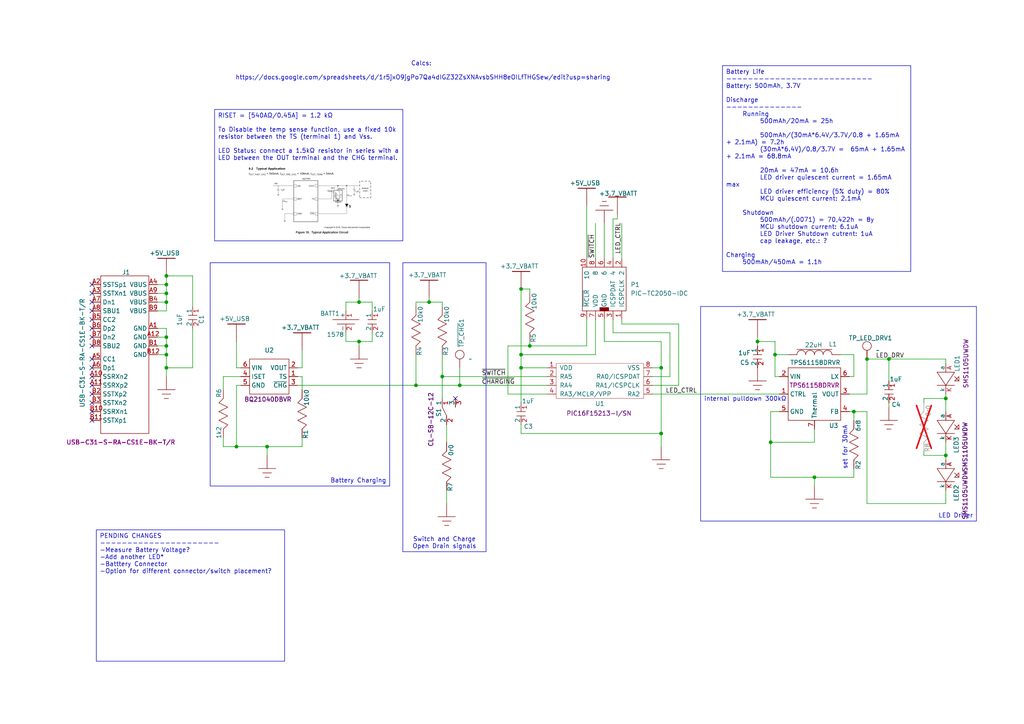
<source format=kicad_sch>
(kicad_sch (version 20250114) (generator "eeschema") (generator_version "9.0")
  (paper "A4")
  (title_block (title "SaltGlow") (date "2025-03-21") (company "TGMF LLC"))
  (lib_symbols
    (symbol "P,GND_2" (power) (pin_numbers (hide yes)) (pin_names (offset 3.81))
      (symbol "P,GND_2_0_1"
        (polyline (pts (xy 0 0) (xy 0 -3.81)))
        (polyline (pts (xy 0.635 -6.35) (xy -0.635 -6.35)))
        (polyline (pts (xy 1.27 -5.08) (xy -1.27 -5.08)))
        (polyline (pts (xy 2.54 -3.81) (xy -2.54 -3.81)))
      )
      (symbol "P,GND_2_1_1"
        (pin power_in line (at 0 0 0) (length 0) (hide yes) (name "GND") (number "0"))
      )
    )
    (symbol "Power_1" (power) (pin_numbers (hide yes)) (pin_names (offset 0))
      (property "Value" "Power" (at 0 1.016 0))
      (symbol "Power_1_0_1"
        (polyline (pts (xy -2.54 0) (xy 2.54 0)) (stroke (width 0.254)))
        (polyline (pts (xy 0 0) (xy 0 -5.08)))
      )
      (symbol "Power_1_1_1"
        (pin power_in line (at 0 -5.08 90) (length 0) (hide yes) (name "Power") (number ""))
      )
    )
    (symbol "Power_2" (power) (pin_numbers (hide yes)) (pin_names (offset 0))
      (property "Value" "Power" (at 0 1.016 0))
      (symbol "Power_2_0_1"
        (polyline (pts (xy -2.54 0) (xy 2.54 0)) (stroke (width 0.254)))
        (polyline (pts (xy 0 0) (xy 0 -5.08)))
      )
      (symbol "Power_2_1_1"
        (pin power_in line (at 0 -5.08 90) (length 0) (hide yes) (name "Power") (number ""))
      )
    )
    (symbol "resistor_3" (pin_numbers (hide yes)) (pin_names (offset 0) (hide yes))
      (property "Reference" "R1" (at 1.27 2.54 0))
      (property "Value" "4.75k" (at 0 -2.54 0))
      (symbol "resistor_3_0_1"
        (polyline (pts (xy -1.27 -1.27) (xy -2.54 1.27) (xy -3.81 -1.27) (xy -5.08 0)))
        (polyline (pts (xy -1.27 -1.27) (xy 0 1.27) (xy 1.27 -1.27) (xy 2.54 1.27) (xy 3.81 0)))
      )
      (symbol "resistor_3_1_1"
        (pin input line (at -7.62 0 0) (length 2.54) (name "1") (number "1"))
        (pin output line (at 6.35 0 180) (length 2.54) (name "2") (number "2"))
      )
    )
    (symbol "salt_booklamp:1-Pin_Header" (pin_numbers (hide yes)) (pin_names (hide yes)) (in_bom no)
      (property "Reference" "TP" (at 1.524 -2.54 0))
      (symbol "1-Pin_Header_0_1"
        (circle (center 0 0) (radius 1.27))
      )
      (symbol "1-Pin_Header_1_1"
        (pin passive line (at 0 -3.81 90) (length 2.54) (name "1") (number "1"))
      )
    )
    (symbol "salt_booklamp:Inductor" (pin_numbers (hide yes)) (pin_names (hide yes)) (exclude_from_sim yes)
      (property "Reference" "L" (at -1.27 -1.27 0))
      (symbol "Inductor_0_1"
        (polyline (pts (xy -5.08 1.524) (xy 5.08 1.524)))
        (arc (start -5.08 0) (mid -3.81 1.27) (end -2.54 0))
        (arc (start -2.54 0) (mid -1.27 1.27) (end 0 0))
        (arc (start 0 0) (mid 1.27 1.27) (end 2.54 0))
        (arc (start 2.54 0) (mid 3.81 1.27) (end 5.08 0))
      )
      (symbol "Inductor_1_1"
        (pin passive line (at -7.62 0 0) (length 2.54) (name "1") (number "1"))
        (pin passive line (at 7.62 0 180) (length 2.54) (name "2") (number "2"))
      )
    )
    (symbol "salt_booklamp:LED_A_K" (pin_names (offset 0))
      (property "Reference" "LED" (at 0 0 0))
      (symbol "LED_A_K_0_1"
        (polyline (pts (xy -1.27 2.54) (xy 2.54 0) (xy -1.27 -2.54) (xy -1.27 2.54)))
        (polyline (pts (xy 0 2.54) (xy 1.27 3.81)))
        (polyline (pts (xy 1.27 3.81) (xy 1.27 2.54) (xy 0 3.81) (xy 1.27 3.81) (xy 1.27 2.54)))
        (polyline (pts (xy 2.54 2.54) (xy 2.54 -2.54)))
      )
      (symbol "LED_A_K_1_1"
        (pin input line (at -3.81 0 0) (length 2.54) (name "a") (number "A"))
        (pin output line (at 5.08 0 180) (length 2.54) (name "k") (number "K"))
      )
    )
    (symbol "salt_booklamp:PIC-TC2050-IDC" (pin_names (offset 1.016)) (exclude_from_sim yes) (in_bom no)
      (property "Reference" "P" (at 7.62 3.556 0))
      (property "Value" "PIC-TC2050-IDC" (at 14.986 -5.588 0))
      (symbol "PIC-TC2050-IDC_0_1"
        (rectangle (start -6.35 6.35) (end 6.35 -6.35))
        (rectangle (start -1.27 6.35) (end 1.27 5.3709) (fill (type outline)))
      )
      (symbol "PIC-TC2050-IDC_1_1"
        (pin passive line (at -5.08 8.89 270) (length 2.54) (name "ICSPCLK") (number "1"))
        (pin passive line (at -5.08 -8.89 90) (length 2.54) (name "2") (number "2"))
        (pin passive line (at -2.54 8.89 270) (length 2.54) (name "ICSPDAT") (number "3"))
        (pin passive line (at -2.54 -8.89 90) (length 2.54) (name "4") (number "4"))
        (pin passive line (at 0 8.89 270) (length 2.54) (name "GND") (number "5"))
        (pin passive line (at 0 -8.89 90) (length 2.54) (name "6") (number "6"))
        (pin passive line (at 2.54 8.89 270) (length 2.54) (name "VDD") (number "7"))
        (pin passive line (at 2.54 -8.89 90) (length 2.54) (name "8") (number "8"))
        (pin passive line (at 5.08 8.89 270) (length 2.54) (name "~{MCLR}") (number "9"))
        (pin passive line (at 5.08 -8.89 90) (length 2.54) (name "10") (number "10"))
      )
    )
    (symbol "salt_booklamp:PIC16F15213-I/SN" (pin_names (offset 1.016)) (exclude_from_sim yes)
      (property "Reference" "U" (at 10.668 -6.35 0))
      (property "Value" "PIC16F15213-I/SN" (at -3.048 -6.604 0))
      (symbol "PIC16F15213-I/SN_0_1"
        (rectangle (start -12.7 5.08) (end 12.7 -5.08) (stroke (width 0.0005)))
      )
      (symbol "PIC16F15213-I/SN_1_1"
        (pin unspecified line (at -15.24 3.81 0) (length 2.54) (name "VDD") (number "1"))
        (pin unspecified line (at -15.24 1.27 0) (length 2.54) (name "RA5") (number "2"))
        (pin unspecified line (at -15.24 -1.27 0) (length 2.54) (name "RA4") (number "3"))
        (pin unspecified line (at -15.24 -3.81 0) (length 2.54) (name "RA3/MCLR/VPP") (number "4"))
        (pin unspecified line (at 15.24 3.81 180) (length 2.54) (name "VSS") (number "8"))
        (pin unspecified line (at 15.24 1.27 180) (length 2.54) (name "RA0/ICSPDAT") (number "7"))
        (pin unspecified line (at 15.24 -1.27 180) (length 2.54) (name "RA1/ICSPCLK") (number "6"))
        (pin unspecified line (at 15.24 -3.81 180) (length 2.54) (name "RA2") (number "5"))
      )
    )
    (symbol "salt_booklamp:Power" (power) (pin_numbers (hide yes)) (pin_names (offset 0))
      (property "Value" "Power" (at 0 1.016 0))
      (symbol "Power_0_1"
        (polyline (pts (xy -2.54 0) (xy 2.54 0)) (stroke (width 0.254)))
        (polyline (pts (xy 0 0) (xy 0 -5.08)))
      )
      (symbol "Power_1_1"
        (pin power_in line (at 0 -5.08 90) (length 0) (hide yes) (name "Power") (number ""))
      )
    )
    (symbol "salt_booklamp:TPS61158DRVR" (exclude_from_sim yes)
      (property "Reference" "U" (at -6.858 8.636 0))
      (property "Value" "TPS61158DRVR" (at -0.508 -8.89 0))
      (symbol "TPS61158DRVR_0_1"
        (rectangle (start -7.62 7.62) (end 7.62 -7.62))
      )
      (symbol "TPS61158DRVR_1_1"
        (pin passive line (at -10.16 5.08 0) (length 2.54) (name "VIN") (number "2"))
        (pin passive line (at -10.16 0 0) (length 2.54) (name "CTRL") (number "1"))
        (pin passive line (at -10.16 -5.08 0) (length 2.54) (name "GND") (number "5"))
        (pin passive line (at 0 -10.16 90) (length 2.54) (name "Thermal") (number "7"))
        (pin passive line (at 10.16 5.08 180) (length 2.54) (name "LX") (number "6"))
        (pin passive line (at 10.16 0 180) (length 2.54) (name "VOUT") (number "3"))
        (pin passive line (at 10.16 -5.08 180) (length 2.54) (name "FB") (number "4"))
      )
    )
    (symbol "salt_booklamp:USB-C_24_pin"
      (property "Reference" "J" (at 0 0 0))
      (symbol "USB-C_24_pin_0_1"
        (rectangle (start -7.62 11.43) (end 6.35 -34.29))
      )
      (symbol "USB-C_24_pin_1_0"
        (pin power_in line (at -10.16 8.89 0) (length 2.54) (name "VBUS") (number "A4"))
        (pin power_in line (at -10.16 6.35 0) (length 2.54) (name "VBUS") (number "A9"))
        (pin power_in line (at -10.16 3.81 0) (length 2.54) (name "VBUS") (number "B4"))
        (pin power_in line (at -10.16 1.27 0) (length 2.54) (name "VBUS") (number "B9"))
        (pin passive line (at 8.89 8.89 180) (length 2.54) (name "SSTSp1") (number "A2"))
        (pin passive line (at 8.89 6.35 180) (length 2.54) (name "SSTXn1") (number "A3"))
        (pin passive line (at 8.89 3.81 180) (length 2.54) (name "Dn1") (number "A7"))
        (pin passive line (at 8.89 1.27 180) (length 2.54) (name "SBU1") (number "A8"))
        (pin passive line (at 8.89 -1.27 180) (length 2.54) (name "CC2") (number "B5"))
        (pin passive line (at 8.89 -3.81 180) (length 2.54) (name "Dp2") (number "B6"))
        (pin passive line (at 8.89 -6.35 180) (length 2.54) (name "Dn2") (number "B7"))
        (pin passive line (at 8.89 -8.89 180) (length 2.54) (name "SBU2") (number "B8"))
        (pin passive line (at 8.89 -12.7 180) (length 2.54) (name "CC1") (number "A5"))
        (pin passive line (at 8.89 -15.24 180) (length 2.54) (name "Dp1") (number "A6"))
        (pin passive line (at 8.89 -17.78 180) (length 2.54) (name "SSRXn2") (number "A10"))
        (pin passive line (at 8.89 -20.32 180) (length 2.54) (name "SSRXp2") (number "A11"))
        (pin passive line (at 8.89 -22.86 180) (length 2.54) (name "SSTXp2") (number "B2"))
        (pin passive line (at 8.89 -25.4 180) (length 2.54) (name "SSTXn2") (number "B3"))
        (pin passive line (at 8.89 -27.94 180) (length 2.54) (name "SSRXn1") (number "B10"))
        (pin passive line (at 8.89 -30.48 180) (length 2.54) (name "SSTXp1") (number "B11"))
      )
      (symbol "USB-C_24_pin_1_1"
        (pin power_out line (at -10.16 -3.81 0) (length 2.54) (name "GND") (number "A1"))
        (pin power_out line (at -10.16 -6.35 0) (length 2.54) (name "GND") (number "A12"))
        (pin power_out line (at -10.16 -8.89 0) (length 2.54) (name "GND") (number "B1"))
        (pin power_out line (at -10.16 -11.43 0) (length 2.54) (name "GND") (number "B12"))
      )
    )
    (symbol "salt_booklamp:batt_chg_ic_BQ21040DBVR"
      (property "Reference" "U" (at -3.81 6.35 0))
      (symbol "batt_chg_ic_BQ21040DBVR_0_1"
        (rectangle (start -5.08 5.08) (end 6.35 -5.08))
      )
      (symbol "batt_chg_ic_BQ21040DBVR_1_1"
        (pin passive line (at -7.62 2.54 0) (length 2.54) (name "VIN") (number "6"))
        (pin passive line (at -7.62 0 0) (length 2.54) (name "ISET") (number "4"))
        (pin passive line (at -7.62 -2.54 0) (length 2.54) (name "GND") (number "5"))
        (pin passive line (at 8.89 2.54 180) (length 2.54) (name "VOUT") (number "2"))
        (pin passive line (at 8.89 0 180) (length 2.54) (name "TS") (number "1"))
        (pin passive line (at 8.89 -2.54 180) (length 2.54) (name "~{CHG}") (number "3"))
      )
    )
    (symbol "salt_booklamp:battery" (pin_names (offset 0))
      (property "Reference" "BATT" (at -6.35 1.27 0))
      (symbol "battery_0_1"
        (polyline (pts (xy -3.81 1.27) (xy 3.81 1.27)))
        (polyline (pts (xy -2.54 0) (xy 2.54 0)))
      )
      (symbol "battery_1_1"
        (pin power_out line (at 0 3.81 270) (length 2.54) (name "+") (number "1"))
        (pin power_in line (at 0 -2.54 90) (length 2.54) (name "-") (number "2"))
      )
    )
    (symbol "salt_booklamp:capacitor" (pin_names (offset 0))
      (property "Reference" "C1" (at 2.54 -1.27 90))
      (property "Value" "0.1uF" (at -3.81 0 90))
      (symbol "capacitor_0_1"
        (polyline (pts (xy -1.27 1.27) (xy 1.27 1.27)))
        (polyline (pts (xy -1.27 0) (xy 1.27 0)))
      )
      (symbol "capacitor_1_1"
        (pin power_in line (at 0 3.81 270) (length 2.54) (name "1") (number "1"))
        (pin power_out line (at 0 -2.54 90) (length 2.54) (name "2") (number "2"))
      )
    )
    (symbol "salt_booklamp:resistor" (pin_numbers (hide yes)) (pin_names (offset 0) (hide yes))
      (property "Reference" "R1" (at 1.27 2.54 0))
      (property "Value" "4.75k" (at 0 -2.54 0))
      (symbol "resistor_0_1"
        (polyline (pts (xy -1.27 -1.27) (xy -2.54 1.27) (xy -3.81 -1.27) (xy -5.08 0)))
        (polyline (pts (xy -1.27 -1.27) (xy 0 1.27) (xy 1.27 -1.27) (xy 2.54 1.27) (xy 3.81 0)))
      )
      (symbol "resistor_1_1"
        (pin input line (at -7.62 0 0) (length 2.54) (name "1") (number "1"))
        (pin output line (at 6.35 0 180) (length 2.54) (name "2") (number "2"))
      )
    )
    (symbol "salt_booklamp:switch" (pin_names (offset 0))
      (property "Reference" "S" (at -1.27 2.54 0))
      (symbol "switch_0_1"
        (polyline (pts (xy 0 0) (xy -2.54 1.27)))
      )
      (symbol "switch_1_1"
        (pin input line (at -5.08 1.27 0) (length 2.54) (name "1") (number "1"))
        (pin input line (at -5.08 -2.54 0) (length 2.54) (name "3") (number "3"))
        (pin output line (at 2.54 0 180) (length 2.54) (name "2") (number "2"))
      )
    )
  )
  (text "set for 30mA" (at 245.11 129.794 90) (effects (font (size 1.27 1.27))))
  (text "Calcs: \n\nhttps://docs.google.com/spreadsheets/d/1r5jxO9jgPo7Qa4dIGZ32ZsXNAvsbSHH8eOILfTHGSew/edit?usp=sharing" (at 122.682 20.574 0) (effects (font (size 1.27 1.27))))
  (text "internal pulldown 300kΩ" (at 216.154 115.824 0) (effects (font (size 1.27 1.27))))
  (text_box "LED Driver" (at 203.2 88.9 0) (size 80.01 62.23) (margins 0.9525 0.9525 0.9525 0.9525) (effects (font (size 1.27 1.27)) (justify right bottom)))
  (text_box "Switch and Charge \nOpen Drain signals " (at 116.84 76.2 0) (size 24.13 83.82) (margins 0.9525 0.9525 0.9525 0.9525) (effects (font (size 1.27 1.27)) (justify bottom)))
  (text_box "PENDING CHANGES\n----------------------\n-Measure Battery Voltage? \n-Add another LED*\n-Batttery Connector\n-Option for different connector/switch placement?" (at 27.94 153.67 0) (size 54.61 38.1) (margins 0.9525 0.9525 0.9525 0.9525) (effects (font (size 1.27 1.27)) (justify left top)))
  (text_box "Battery Charging" (at 60.96 76.2 0) (size 52.07 64.77) (margins 0.9525 0.9525 0.9525 0.9525) (effects (font (size 1.27 1.27)) (justify right bottom)))
  (text_box "RISET = [540AΩ/0.45A] = 1.2 kΩ\n\nTo Disable the temp sense function, use a fixed 10k resistor between the TS (terminal 1) and Vss.\n\nLED Status: connect a 1.5kΩ resistor in series with a LED between the OUT terminal and the CHG terminal." (at 62.23 31.75 0) (size 54.61 38.1) (margins 0.9525 0.9525 0.9525 0.9525) (effects (font (size 1.27 1.27)) (justify left top)))
  (text_box "Battery Life\n---------------------------\nBattery: 500mAh, 3.7V\n\nDischarge\n--------------\n	Running\n		500mAh/20mA = 25h\n\n		500mAh/(30mA*6.4V/3.7V/0.8 + 1.65mA + 2.1mA) = 7.2h\n		(30mA*6.4V)/0.8/3.7V =  65mA + 1.65mA + 2.1mA = 68.8mA\n\n		20mA = 47mA = 10.6h\n		LED driver quiescent current = 1.65mA max\n		LED driver efficiency (5% duty) = 80%\n		MCU quiescent current: 2.1mA\n\n	Shutdown\n		500mAh/(.0071) = 70,422h = 8y\n		MCU shutdown current: 6.1uA\n		LED Driver Shutdown cutrent: 1uA\n		cap leakage, etc.: ?\n\nCharging\n	500mAh/450mA = 1.1h" (at 209.55 19.05 0) (size 54.61 59.69) (margins 0.9525 0.9525 0.9525 0.9525) (effects (font (size 1.27 1.27)) (justify left top)))
  (junction (at 223.52 128.27))
  (junction (at 274.32 132.08))
  (junction (at 128.27 109.22))
  (junction (at 151.13 106.68))
  (junction (at 274.32 115.57))
  (junction (at 104.14 99.06))
  (junction (at 151.13 83.82))
  (junction (at 191.77 125.73))
  (junction (at 153.67 100.33))
  (junction (at 48.26 102.87))
  (junction (at 77.47 129.54))
  (junction (at 219.71 99.06))
  (junction (at 48.26 97.79))
  (junction (at 48.26 80.01))
  (junction (at 104.14 87.63))
  (junction (at 48.26 87.63))
  (junction (at 191.77 106.68))
  (junction (at 124.46 87.63))
  (junction (at 151.13 102.87))
  (junction (at 48.26 100.33))
  (junction (at 120.65 111.76))
  (junction (at 224.79 102.87))
  (junction (at 236.22 138.43))
  (junction (at 48.26 106.68))
  (junction (at 251.46 104.14))
  (junction (at 247.65 119.38))
  (junction (at 68.58 129.54))
  (junction (at 48.26 82.55))
  (junction (at 133.35 111.76))
  (junction (at 257.81 104.14))
  (junction (at 48.26 85.09))
  (no_connect (at 26.67 90.17))
  (no_connect (at 26.67 109.22))
  (no_connect (at 26.67 92.71))
  (no_connect (at 26.67 82.55))
  (no_connect (at 132.08 115.57))
  (no_connect (at 26.67 85.09))
  (no_connect (at 26.67 100.33))
  (no_connect (at 26.67 114.3))
  (no_connect (at 26.67 104.14))
  (no_connect (at 26.67 87.63))
  (no_connect (at 26.67 121.92))
  (no_connect (at 26.67 119.38))
  (no_connect (at 26.67 116.84))
  (no_connect (at 26.67 106.68))
  (no_connect (at 26.67 111.76))
  (no_connect (at 26.67 97.79))
  (no_connect (at 26.67 95.25))
  (wire (pts (xy 179.07 63.5) (xy 177.8 63.5)))
  (wire (pts (xy 274.32 128.27) (xy 274.32 132.08)))
  (wire (pts (xy 128.27 102.87) (xy 128.27 109.22)))
  (wire (pts (xy 180.34 93.98) (xy 196.85 93.98)))
  (wire (pts (xy 77.47 129.54) (xy 87.63 129.54)))
  (wire (pts (xy 107.95 90.17) (xy 107.95 87.63)))
  (wire (pts (xy 151.13 123.19) (xy 151.13 125.73)))
  (wire (pts (xy 219.71 99.06) (xy 219.71 97.79)))
  (wire (pts (xy 100.33 87.63) (xy 100.33 90.17)))
  (wire (pts (xy 107.95 96.52) (xy 107.95 99.06)))
  (wire (pts (xy 247.65 119.38) (xy 247.65 121.92)))
  (wire (pts (xy 48.26 97.79) (xy 48.26 100.33)))
  (wire (pts (xy 180.34 64.77) (xy 180.34 74.93)))
  (wire (pts (xy 180.34 92.71) (xy 180.34 93.98)))
  (wire (pts (xy 219.71 99.06) (xy 224.79 99.06)))
  (wire (pts (xy 257.81 116.84) (xy 257.81 118.11)))
  (wire (pts (xy 247.65 102.87) (xy 243.84 102.87)))
  (wire (pts (xy 196.85 93.98) (xy 196.85 111.76)))
  (wire (pts (xy 120.65 102.87) (xy 120.65 111.76)))
  (wire (pts (xy 246.38 114.3) (xy 251.46 114.3)))
  (wire (pts (xy 274.32 142.24) (xy 274.32 146.05)))
  (wire (pts (xy 177.8 63.5) (xy 177.8 74.93)))
  (wire (pts (xy 194.31 96.52) (xy 177.8 96.52)))
  (wire (pts (xy 191.77 106.68) (xy 191.77 125.73)))
  (wire (pts (xy 191.77 99.06) (xy 175.26 99.06)))
  (wire (pts (xy 129.54 123.19) (xy 129.54 128.27)))
  (wire (pts (xy 267.97 132.08) (xy 274.32 132.08)))
  (wire (pts (xy 120.65 111.76) (xy 133.35 111.76)))
  (wire (pts (xy 45.72 85.09) (xy 48.26 85.09)))
  (wire (pts (xy 151.13 83.82) (xy 151.13 102.87)))
  (wire (pts (xy 247.65 135.89) (xy 247.65 138.43)))
  (wire (pts (xy 120.65 87.63) (xy 124.46 87.63)))
  (wire (pts (xy 124.46 87.63) (xy 128.27 87.63)))
  (wire (pts (xy 45.72 97.79) (xy 48.26 97.79)))
  (wire (pts (xy 274.32 146.05) (xy 251.46 146.05)))
  (wire (pts (xy 48.26 106.68) (xy 55.88 106.68)))
  (wire (pts (xy 170.18 92.71) (xy 170.18 100.33)))
  (wire (pts (xy 251.46 119.38) (xy 251.46 146.05)))
  (wire (pts (xy 257.81 104.14) (xy 274.32 104.14)))
  (wire (pts (xy 45.72 95.25) (xy 48.26 95.25)))
  (wire (pts (xy 87.63 127) (xy 87.63 129.54)))
  (wire (pts (xy 175.26 92.71) (xy 175.26 99.06)))
  (wire (pts (xy 151.13 106.68) (xy 151.13 102.87)))
  (wire (pts (xy 191.77 106.68) (xy 191.77 99.06)))
  (wire (pts (xy 48.26 106.68) (xy 48.26 109.22)))
  (wire (pts (xy 45.72 82.55) (xy 48.26 82.55)))
  (wire (pts (xy 224.79 109.22) (xy 226.06 109.22)))
  (wire (pts (xy 45.72 102.87) (xy 48.26 102.87)))
  (wire (pts (xy 247.65 109.22) (xy 247.65 102.87)))
  (wire (pts (xy 257.81 104.14) (xy 257.81 110.49)))
  (wire (pts (xy 274.32 114.3) (xy 274.32 115.57)))
  (wire (pts (xy 191.77 125.73) (xy 191.77 129.54)))
  (wire (pts (xy 251.46 104.14) (xy 257.81 104.14)))
  (wire (pts (xy 45.72 90.17) (xy 48.26 90.17)))
  (wire (pts (xy 153.67 85.09) (xy 153.67 83.82)))
  (wire (pts (xy 251.46 104.14) (xy 251.46 114.3)))
  (wire (pts (xy 189.23 114.3) (xy 226.06 114.3)))
  (wire (pts (xy 267.97 116.84) (xy 267.97 115.57)))
  (wire (pts (xy 179.07 62.23) (xy 179.07 63.5)))
  (wire (pts (xy 45.72 87.63) (xy 48.26 87.63)))
  (wire (pts (xy 68.58 99.06) (xy 68.58 106.68)))
  (wire (pts (xy 100.33 87.63) (xy 104.14 87.63)))
  (wire (pts (xy 68.58 129.54) (xy 77.47 129.54)))
  (wire (pts (xy 175.26 74.93) (xy 175.26 64.77)))
  (wire (pts (xy 247.65 109.22) (xy 246.38 109.22)))
  (wire (pts (xy 223.52 128.27) (xy 223.52 138.43)))
  (wire (pts (xy 189.23 109.22) (xy 194.31 109.22)))
  (wire (pts (xy 48.26 87.63) (xy 48.26 90.17)))
  (wire (pts (xy 120.65 87.63) (xy 120.65 88.9)))
  (wire (pts (xy 100.33 96.52) (xy 100.33 99.06)))
  (wire (pts (xy 153.67 100.33) (xy 170.18 100.33)))
  (wire (pts (xy 223.52 119.38) (xy 223.52 128.27)))
  (wire (pts (xy 128.27 88.9) (xy 128.27 87.63)))
  (wire (pts (xy 86.36 106.68) (xy 87.63 106.68)))
  (wire (pts (xy 172.72 92.71) (xy 172.72 102.87)))
  (wire (pts (xy 196.85 111.76) (xy 189.23 111.76)))
  (wire (pts (xy 247.65 138.43) (xy 236.22 138.43)))
  (wire (pts (xy 236.22 124.46) (xy 236.22 128.27)))
  (wire (pts (xy 151.13 125.73) (xy 191.77 125.73)))
  (wire (pts (xy 104.14 86.36) (xy 104.14 87.63)))
  (wire (pts (xy 172.72 64.77) (xy 172.72 74.93)))
  (wire (pts (xy 64.77 127) (xy 64.77 129.54)))
  (wire (pts (xy 274.32 104.14) (xy 274.32 105.41)))
  (wire (pts (xy 64.77 109.22) (xy 69.85 109.22)))
  (wire (pts (xy 151.13 102.87) (xy 172.72 102.87)))
  (wire (pts (xy 251.46 119.38) (xy 247.65 119.38)))
  (wire (pts (xy 274.32 115.57) (xy 274.32 119.38)))
  (wire (pts (xy 236.22 128.27) (xy 223.52 128.27)))
  (wire (pts (xy 158.75 106.68) (xy 151.13 106.68)))
  (wire (pts (xy 189.23 106.68) (xy 191.77 106.68)))
  (wire (pts (xy 48.26 80.01) (xy 48.26 82.55)))
  (wire (pts (xy 77.47 129.54) (xy 77.47 132.08)))
  (wire (pts (xy 274.32 132.08) (xy 274.32 133.35)))
  (wire (pts (xy 69.85 111.76) (xy 68.58 111.76)))
  (wire (pts (xy 48.26 82.55) (xy 48.26 85.09)))
  (wire (pts (xy 48.26 102.87) (xy 48.26 106.68)))
  (wire (pts (xy 104.14 100.33) (xy 104.14 99.06)))
  (wire (pts (xy 45.72 100.33) (xy 48.26 100.33)))
  (wire (pts (xy 68.58 111.76) (xy 68.58 129.54)))
  (wire (pts (xy 48.26 85.09) (xy 48.26 87.63)))
  (wire (pts (xy 267.97 115.57) (xy 274.32 115.57)))
  (wire (pts (xy 87.63 101.6) (xy 87.63 106.68)))
  (wire (pts (xy 129.54 142.24) (xy 129.54 146.05)))
  (wire (pts (xy 219.71 100.33) (xy 219.71 99.06)))
  (wire (pts (xy 104.14 87.63) (xy 107.95 87.63)))
  (wire (pts (xy 224.79 102.87) (xy 224.79 109.22)))
  (wire (pts (xy 48.26 80.01) (xy 55.88 80.01)))
  (wire (pts (xy 247.65 119.38) (xy 246.38 119.38)))
  (wire (pts (xy 153.67 83.82) (xy 151.13 83.82)))
  (wire (pts (xy 158.75 114.3) (xy 147.32 114.3)))
  (wire (pts (xy 224.79 99.06) (xy 224.79 102.87)))
  (wire (pts (xy 226.06 119.38) (xy 223.52 119.38)))
  (wire (pts (xy 133.35 106.68) (xy 133.35 111.76)))
  (wire (pts (xy 267.97 130.81) (xy 267.97 132.08)))
  (wire (pts (xy 128.27 109.22) (xy 158.75 109.22)))
  (wire (pts (xy 147.32 114.3) (xy 147.32 100.33)))
  (wire (pts (xy 104.14 99.06) (xy 107.95 99.06)))
  (wire (pts (xy 55.88 80.01) (xy 55.88 88.9)))
  (wire (pts (xy 86.36 111.76) (xy 120.65 111.76)))
  (wire (pts (xy 151.13 106.68) (xy 151.13 116.84)))
  (wire (pts (xy 68.58 106.68) (xy 69.85 106.68)))
  (wire (pts (xy 87.63 109.22) (xy 86.36 109.22)))
  (wire (pts (xy 194.31 109.22) (xy 194.31 96.52)))
  (wire (pts (xy 100.33 99.06) (xy 104.14 99.06)))
  (wire (pts (xy 236.22 140.97) (xy 236.22 138.43)))
  (wire (pts (xy 223.52 138.43) (xy 236.22 138.43)))
  (wire (pts (xy 170.18 59.69) (xy 170.18 74.93)))
  (wire (pts (xy 48.26 100.33) (xy 48.26 102.87)))
  (wire (pts (xy 177.8 96.52) (xy 177.8 92.71)))
  (wire (pts (xy 153.67 99.06) (xy 153.67 100.33)))
  (wire (pts (xy 64.77 113.03) (xy 64.77 109.22)))
  (wire (pts (xy 228.6 102.87) (xy 224.79 102.87)))
  (wire (pts (xy 147.32 100.33) (xy 153.67 100.33)))
  (wire (pts (xy 124.46 86.36) (xy 124.46 87.63)))
  (wire (pts (xy 64.77 129.54) (xy 68.58 129.54)))
  (wire (pts (xy 87.63 113.03) (xy 87.63 109.22)))
  (wire (pts (xy 133.35 111.76) (xy 158.75 111.76)))
  (wire (pts (xy 48.26 95.25) (xy 48.26 97.79)))
  (wire (pts (xy 128.27 115.57) (xy 128.27 109.22)))
  (wire (pts (xy 55.88 95.25) (xy 55.88 106.68)))
  (image (at 90.17 58.42) (scale 0.238521))
  (label "~{SWITCH}" (at 172.72 74.93 90))
  (label "~{SWITCH}" (at 139.7 109.22 0))
  (label "LED_CTRL" (at 180.34 73.66 90))
  (label "LED_DRV" (at 254 104.14 0))
  (label "~{CHARGING}" (at 139.7 111.76 0))
  (label "LED_CTRL" (at 193.04 114.3 0))
  (symbol (lib_name "resistor_3") (lib_id "salt_booklamp:resistor") (at 129.54 134.62 90) (unit 1) (exclude_from_sim yes)
    (property "Reference" "R7" (at 130.556 141.224 0))
    (property "Value" "0r0" (at 130.81 130.556 0))
    (property "Footprint" "salt_booklamp_footprints:res_0603" (effects (hide yes)))
    (property "Description" "RES 0 OHM JUMPER 1/10W 0603" (effects (hide yes)))
    (property "Manufacturer Part Number" "RC0603JR-070RL" (effects (hide yes)))
  )
  (symbol (lib_name "resistor_3") (lib_id "salt_booklamp:resistor") (at 153.67 91.44 90) (unit 1) (exclude_from_sim yes)
    (property "Reference" "R5" (at 154.686 98.044 0))
    (property "Value" "10k0" (at 154.94 87.376 0))
    (property "Footprint" "salt_booklamp_footprints:res_0603" (effects (hide yes)))
    (property "Description" "RES 10K OHM 1% 1/10W 0603" (effects (hide yes)))
    (property "Manufacturer Part Number" "RMCF0603FT10K0" (effects (hide yes)))
  )
  (symbol (lib_id "salt_booklamp:TPS61158DRVR") (at 236.22 114.3 0) (unit 1) (exclude_from_sim yes)
    (property "Reference" "U3" (at 241.808 123.444 0))
    (property "Value" "TPS61158DRVR" (at 236.474 105.156 0))
    (property "Footprint" "salt_booklamp_footprints:6-WDFN - TPS61158DRVR" (effects (hide yes)))
    (property "Datasheet" "${KIPRJMOD}/lib/Datasheets/tps61158.pdf" (effects (hide yes)))
    (property "Description" "LED Driver IC 1 Output DC DC Regulator Step-Up (Boost) PWM Dimming 30mA 6-WSON (2x2)" (effects (hide yes)))
    (property "Digikey" "https://www.digikey.com/en/products/detail/texas-instruments/TPS61158DRVR/4162428" (effects (hide yes)))
    (property "Manufacturer Part Number" "TPS61158DRVR" (at 236.22 111.76 0))
  )
  (symbol (lib_name "Power_1") (lib_id "salt_booklamp:Power") (at 170.18 54.61 0) (unit 1) (exclude_from_sim yes)
    (property "Reference" "#PWR016" (effects (hide yes)))
    (property "Value" "+5V_USB" (at 169.672 53.086 0))
  )
  (symbol (lib_id "salt_booklamp:resistor") (at 247.65 128.27 90) (unit 1) (exclude_from_sim yes)
    (property "Reference" "R2" (at 248.92 134.874 0))
    (property "Value" "6r8" (at 248.92 123.444 0))
    (property "Footprint" "salt_booklamp_footprints:res_0603" (effects (hide yes)))
    (property "Description" "RES 6.8 OHM 1% 1/10W 0603" (effects (hide yes)))
    (property "Manufacturer Part Number" "RMCF0603FT6R80" (effects (hide yes)))
  )
  (symbol (lib_id "salt_booklamp:USB-C_24_pin") (at 35.56 91.44 0) (mirror y) (unit 1) (exclude_from_sim yes)
    (property "Reference" "J1" (at 36.576 78.994 0))
    (property "Value" "USB-C31-S-RA-CS1E-BK-T/R" (at 23.876 102.362 90))
    (property "Footprint" "salt_booklamp_footprints:USB-C31-S-RA-CS1E-BK" (effects (hide yes)))
    (property "Datasheet" "https://www.digikey.com/en/products/detail/adam-tech/USB-C31-S-RA-CS1E-BK-T-R/9832219" (effects (hide yes)))
    (property "Description" "USB TYPE C , RECEPTACLE, R/A, HY" (effects (hide yes)))
    (property "Digikey" "USB-C31-S-RA-CS1E-BK-T/R" (at 35.052 128.27 0))
    (property "Manufacturer Part Number" "USB-C31-S-RA-CS1E-BK-T/R" (at 35.052 128.27 0))
  )
  (symbol (lib_id "salt_booklamp:capacitor") (at 219.71 104.14 0) (unit 1) (exclude_from_sim yes)
    (property "Reference" "C5" (at 214.63 105.156 0) (effects (justify left)))
    (property "Value" "1uF" (at 215.9 102.362 0))
    (property "Footprint" "salt_booklamp_footprints:cap_0603" (effects (hide yes)))
    (property "Description" "CAP CER 1UF 10V X7R 0603" (effects (hide yes)))
    (property "Manufacturer Part Number" "CL10B105KP8NNNC" (effects (hide yes)))
  )
  (symbol (lib_id "salt_booklamp:Power") (at 124.46 81.28 0) (unit 1) (exclude_from_sim yes)
    (property "Reference" "#PWR02" (effects (hide yes)))
    (property "Value" "+3.7_VBATT" (at 123.952 79.756 0))
  )
  (symbol (lib_id "salt_booklamp:switch") (at 129.54 120.65 90) (mirror x) (unit 1) (exclude_from_sim yes)
    (property "Reference" "S1" (at 127.254 119.634 0))
    (property "Value" "CL-SB-12C-12" (at 124.968 121.666 0))
    (property "Footprint" "salt_booklamp_footprints:CL-SB-12C-11" (effects (hide yes)))
    (property "Datasheet" "https://www.nidec-copal-electronics.com/e/catalog/switch/cl-sb.pdf" (effects (hide yes)))
    (property "Description" "SWITCH SLIDE SPDT 200MA 12V" (effects (hide yes)))
    (property "Manufacturer Part Number" "CL-SB-12C-12" (at 124.968 121.666 0))
  )
  (symbol (lib_id "salt_booklamp:LED_A_K") (at 274.32 109.22 270) (unit 1) (exclude_from_sim yes)
    (property "Reference" "LED1" (at 277.622 105.41 0))
    (property "Value" "SMS1105UWDW" (at 280.162 105.41 0))
    (property "Footprint" "salt_booklamp_footprints:LED_SMS1105UWDW" (effects (hide yes)))
    (property "Datasheet" "https://www.bivar.com/parts_content/Datasheets/SMS1105UWDW.pdf" (effects (hide yes)))
    (property "Description" "White, Warm LED Indication - Discrete 3.2V 2-SMD, J-Lead" (effects (hide yes)))
    (property "Manufacturer Part Number" "SMS1105UWDW" (at 280.162 105.41 0))
  )
  (symbol (lib_id "salt_booklamp:capacitor") (at 55.88 92.71 0) (unit 1) (exclude_from_sim yes)
    (property "Reference" "C1" (at 58.42 93.98 90) (effects (justify left)))
    (property "Value" "1uF" (at 52.07 92.71 90))
    (property "Footprint" "salt_booklamp_footprints:cap_0603" (effects (hide yes)))
    (property "Description" "CAP CER 1UF 10V X7R 0603" (effects (hide yes)))
    (property "Manufacturer Part Number" "CL10B105KP8NNNC" (effects (hide yes)))
  )
  (symbol (lib_id "salt_booklamp:Inductor") (at 236.22 102.87 0) (unit 1) (exclude_from_sim yes)
    (property "Reference" "L1" (at 241.554 99.822 0))
    (property "Value" "22uH" (at 235.966 100.076 0))
    (property "Footprint" "salt_booklamp_footprints:ind_VLS3012CX" (effects (hide yes)))
    (property "Datasheet" "https://www.digikey.com/en/products/detail/tdk-corporation/VLS3012CX-220M-1/7789659" (effects (hide yes)))
    (property "Description" "FIXED IND 22UH 780MA 668MOHM SMD" (effects (hide yes)))
    (property "Manufacturer Part Number" "VLS3012CX-220M-1" (effects (hide yes)))
  )
  (symbol (lib_name "resistor_3") (lib_id "salt_booklamp:resistor") (at 87.63 119.38 90) (unit 1) (exclude_from_sim yes)
    (property "Reference" "R1" (at 88.646 125.984 0))
    (property "Value" "10k0" (at 88.9 115.316 0))
    (property "Footprint" "salt_booklamp_footprints:res_0603" (effects (hide yes)))
    (property "Description" "RES 10K OHM 1% 1/10W 0603" (effects (hide yes)))
    (property "Manufacturer Part Number" "RMCF0603FT10K0" (effects (hide yes)))
  )
  (symbol (lib_id "salt_booklamp:Power") (at 179.07 57.15 0) (unit 1) (exclude_from_sim yes)
    (property "Reference" "#PWR018" (effects (hide yes)))
    (property "Value" "+3.7_VBATT" (at 179.324 56.134 0))
  )
  (symbol (lib_name "P,GND_2") (lib_id "PCM_Generic:P,GND") (at 77.47 132.08 0) (unit 1) (exclude_from_sim yes)
    (property "Reference" "#PWR06" (effects (hide yes)))
    (property "Value" "GND" (effects (hide yes)))
  )
  (symbol (lib_id "salt_booklamp:capacitor") (at 151.13 120.65 0) (unit 1) (exclude_from_sim yes)
    (property "Reference" "C3" (at 151.892 123.698 0) (effects (justify left)))
    (property "Value" "1uF" (at 153.162 116.332 0))
    (property "Footprint" "salt_booklamp_footprints:cap_0603" (effects (hide yes)))
    (property "Description" "CAP CER 1UF 10V X7R 0603" (effects (hide yes)))
    (property "Manufacturer Part Number" "CL10B105KP8NNNC" (effects (hide yes)))
  )
  (symbol (lib_id "salt_booklamp:PIC-TC2050-IDC") (at 175.26 83.82 180) (unit 1) (exclude_from_sim yes) (in_bom no)
    (property "Reference" "P1" (at 182.88 82.5499 0) (effects (justify right)))
    (property "Value" "PIC-TC2050-IDC" (at 182.88 85.0899 0) (effects (justify right)))
    (property "Footprint" "salt_booklamp_footprints:TC2050-IDC" (effects (hide yes)))
  )
  (symbol (lib_id "salt_booklamp:Power") (at 104.14 81.28 0) (unit 1) (exclude_from_sim yes)
    (property "Reference" "#PWR07" (effects (hide yes)))
    (property "Value" "+3.7_VBATT" (at 103.886 80.01 0))
  )
  (symbol (lib_name "P,GND_2") (lib_id "PCM_Generic:P,GND") (at 48.26 109.22 0) (unit 1) (exclude_from_sim yes)
    (property "Reference" "#PWR08" (effects (hide yes)))
    (property "Value" "GND" (effects (hide yes)))
  )
  (symbol (lib_id "salt_booklamp:resistor") (at 64.77 120.65 270) (unit 1) (exclude_from_sim yes)
    (property "Reference" "R6" (at 63.5 114.046 0))
    (property "Value" "1k2" (at 63.5 125.476 0))
    (property "Footprint" "salt_booklamp_footprints:res_0603" (effects (hide yes)))
    (property "Description" "RES SMD 1.2K OHM 1% 1/10W 0603" (effects (hide yes)))
    (property "Manufacturer Part Number" "CR0603-FX-1201ELF" (effects (hide yes)))
  )
  (symbol (lib_name "resistor_3") (lib_id "salt_booklamp:resistor") (at 120.65 95.25 90) (unit 1) (exclude_from_sim yes)
    (property "Reference" "R4" (at 121.666 101.854 0))
    (property "Value" "10k0" (at 121.92 91.186 0))
    (property "Footprint" "salt_booklamp_footprints:res_0603" (effects (hide yes)))
    (property "Description" "RES 10K OHM 1% 1/10W 0603" (effects (hide yes)))
    (property "Manufacturer Part Number" "RMCF0603FT10K0" (effects (hide yes)))
  )
  (symbol (lib_name "P,GND_2") (lib_id "PCM_Generic:P,GND") (at 104.14 100.33 0) (unit 1) (exclude_from_sim yes)
    (property "Reference" "#PWR010" (effects (hide yes)))
    (property "Value" "GND" (effects (hide yes)))
  )
  (symbol (lib_id "salt_booklamp:1-Pin_Header") (at 251.46 100.33 0) (unit 1) (in_bom no)
    (property "Reference" "TP_LED_DRV1" (at 246.126 98.044 0) (effects (justify left)))
    (property "Value" "~" (at 254 101.6 0) (effects (justify left)))
    (property "Footprint" "salt_booklamp_footprints:1-pin header" (effects (hide yes)))
  )
  (symbol (lib_id "salt_booklamp:capacitor") (at 107.95 93.98 0) (unit 1) (exclude_from_sim yes)
    (property "Reference" "C2" (at 108.712 97.028 0) (effects (justify left)))
    (property "Value" "1uF" (at 109.982 89.662 0))
    (property "Footprint" "salt_booklamp_footprints:cap_0603" (effects (hide yes)))
    (property "Description" "CAP CER 1UF 10V X7R 0603" (effects (hide yes)))
    (property "Manufacturer Part Number" "CL10B105KP8NNNC" (effects (hide yes)))
  )
  (symbol (lib_id "salt_booklamp:battery") (at 100.33 93.98 0) (unit 1) (exclude_from_sim yes) (in_bom no)
    (property "Reference" "BATT1" (at 98.552 90.932 0) (effects (justify right)))
    (property "Value" "1578" (at 97.282 97.028 0))
    (property "Footprint" "salt_booklamp_footprints:PRT-13851" (effects (hide yes)))
    (property "Datasheet" "https://www.digikey.com/en/products/detail/adafruit-industries-llc/1578/5054539" (effects (hide yes)))
    (property "Description" "BATTERY LITH-ION 3.7V 500MAH" (effects (hide yes)))
  )
  (symbol (lib_id "salt_booklamp:Power") (at 219.71 92.71 0) (unit 1) (exclude_from_sim yes)
    (property "Reference" "#PWR012" (effects (hide yes)))
    (property "Value" "+3.7_VBATT" (at 219.202 91.186 0))
  )
  (symbol (lib_id "salt_booklamp:Power") (at 87.63 96.52 0) (unit 1) (exclude_from_sim yes)
    (property "Reference" "#PWR05" (effects (hide yes)))
    (property "Value" "+3.7_VBATT" (at 87.122 94.996 0))
  )
  (symbol (lib_name "Power_2") (lib_id "salt_booklamp:Power") (at 68.58 93.98 0) (unit 1) (exclude_from_sim yes)
    (property "Reference" "#PWR03" (effects (hide yes)))
    (property "Value" "+5V_USB" (at 68.072 92.456 0))
  )
  (symbol (lib_id "salt_booklamp:1-Pin_Header") (at 133.35 102.87 0) (unit 1) (in_bom no)
    (property "Reference" "~{TP_CHG}1" (at 133.858 100.838 90) (effects (justify left)))
    (property "Value" "~" (at 135.89 104.14 0) (effects (justify left)))
    (property "Footprint" "salt_booklamp_footprints:1-pin header" (effects (hide yes)))
  )
  (symbol (lib_id "salt_booklamp:capacitor") (at 257.81 114.3 0) (unit 1) (exclude_from_sim yes)
    (property "Reference" "C4" (at 258.572 117.348 0) (effects (justify left)))
    (property "Value" "1uF" (at 259.842 109.982 0))
    (property "Footprint" "salt_booklamp_footprints:cap_0603" (effects (hide yes)))
    (property "Description" "CAP CER 1UF 10V X7R 0603" (effects (hide yes)))
    (property "Manufacturer Part Number" "CL10B105KP8NNNC" (effects (hide yes)))
  )
  (symbol (lib_name "resistor_3") (lib_id "salt_booklamp:resistor") (at 128.27 95.25 90) (unit 1) (exclude_from_sim yes)
    (property "Reference" "R3" (at 129.286 101.854 0))
    (property "Value" "10k0" (at 129.54 91.186 0))
    (property "Footprint" "salt_booklamp_footprints:res_0603" (effects (hide yes)))
    (property "Description" "RES 10K OHM 1% 1/10W 0603" (effects (hide yes)))
    (property "Manufacturer Part Number" "RMCF0603FT10K0" (effects (hide yes)))
  )
  (symbol (lib_name "P,GND_2") (lib_id "PCM_Generic:P,GND") (at 191.77 129.54 0) (unit 1) (exclude_from_sim yes)
    (property "Reference" "#PWR011" (effects (hide yes)))
    (property "Value" "GND" (effects (hide yes)))
  )
  (symbol (lib_id "salt_booklamp:LED_A_K") (at 274.32 123.19 270) (unit 1) (exclude_from_sim yes)
    (property "Reference" "LED3" (at 277.368 129.032 0))
    (property "Value" "SMS1105UWDW" (at 279.908 129.54 0))
    (property "Footprint" "salt_booklamp_footprints:LED_SMS1105UWDW" (effects (hide yes)))
    (property "Datasheet" "https://www.bivar.com/parts_content/Datasheets/SMS1105UWDW.pdf" (effects (hide yes)))
    (property "Description" "White, Warm LED Indication - Discrete 3.2V 2-SMD, J-Lead" (effects (hide yes)))
    (property "Manufacturer Part Number" "SMS1105UWDW" (at 279.908 129.54 0))
  )
  (symbol (lib_name "Power_1") (lib_id "salt_booklamp:Power") (at 48.26 74.93 0) (unit 1) (exclude_from_sim yes)
    (property "Reference" "#PWR04" (effects (hide yes)))
    (property "Value" "+5V_USB" (at 47.752 73.406 0))
  )
  (symbol (lib_id "salt_booklamp:LED_A_K") (at 274.32 137.16 270) (unit 1) (exclude_from_sim yes)
    (property "Reference" "LED2" (at 277.368 143.002 0))
    (property "Value" "SMS1105UWDW" (at 279.908 143.51 0))
    (property "Footprint" "salt_booklamp_footprints:LED_SMS1105UWDW" (effects (hide yes)))
    (property "Datasheet" "https://www.bivar.com/parts_content/Datasheets/SMS1105UWDW.pdf" (effects (hide yes)))
    (property "Description" "White, Warm LED Indication - Discrete 3.2V 2-SMD, J-Lead" (effects (hide yes)))
    (property "Manufacturer Part Number" "SMS1105UWDW" (at 279.908 143.51 0))
  )
  (symbol (lib_id "salt_booklamp:batt_chg_ic_BQ21040DBVR") (at 77.47 109.22 0) (unit 1) (exclude_from_sim yes)
    (property "Reference" "U2" (at 78.105 101.6 0))
    (property "Value" "BQ21040DBVR" (at 77.724 115.824 0))
    (property "Footprint" "salt_booklamp_footprints:BQ21040DBVR" (effects (hide yes)))
    (property "Datasheet" "${KIPRJMOD}/lib/Datasheets/bq21040.pdf" (effects (hide yes)))
    (property "Description" "IC BATT CHG LI-ION 1CELL SOT23-6" (effects (hide yes)))
    (property "Digikey" "https://www.digikey.com/en/products/detail/texas-instruments/BQ21040DBVR/6036340" (effects (hide yes)))
    (property "Manufacturer Part Number" "BQ21040DBVR" (at 77.724 115.824 0))
  )
  (symbol (lib_name "P,GND_2") (lib_id "PCM_Generic:P,GND") (at 129.54 146.05 0) (unit 1) (exclude_from_sim yes)
    (property "Reference" "#PWR01" (effects (hide yes)))
    (property "Value" "GND" (effects (hide yes)))
  )
  (symbol (lib_name "P,GND_2") (lib_id "PCM_Generic:P,GND") (at 236.22 140.97 0) (unit 1) (exclude_from_sim yes)
    (property "Reference" "#PWR013" (effects (hide yes)))
    (property "Value" "GND" (effects (hide yes)))
  )
  (symbol (lib_id "salt_booklamp:Power") (at 151.13 78.74 0) (unit 1) (exclude_from_sim yes)
    (property "Reference" "#PWR09" (effects (hide yes)))
    (property "Value" "+3.7_VBATT" (at 150.622 77.216 0))
  )
  (symbol (lib_name "P,GND_2") (lib_id "PCM_Generic:P,GND") (at 257.81 118.11 0) (unit 1) (exclude_from_sim yes)
    (property "Reference" "#PWR014" (effects (hide yes)))
    (property "Value" "GND" (effects (hide yes)))
  )
  (symbol (lib_name "P,GND_2") (lib_id "PCM_Generic:P,GND") (at 219.71 106.68 0) (unit 1) (exclude_from_sim yes)
    (property "Reference" "#PWR015" (effects (hide yes)))
    (property "Value" "GND" (effects (hide yes)))
  )
  (symbol (lib_name "resistor_3") (lib_id "salt_booklamp:resistor") (at 267.97 123.19 90) (unit 1) (exclude_from_sim yes) (dnp yes)
    (property "Reference" "R8" (at 268.986 129.794 0))
    (property "Value" "0r0" (at 269.24 119.126 0))
    (property "Footprint" "salt_booklamp_footprints:res_0603" (effects (hide yes)))
    (property "Description" "RES 0 OHM JUMPER 1/10W 0603" (effects (hide yes)))
    (property "Manufacturer Part Number" "RC0603JR-070RL" (effects (hide yes)))
  )
  (symbol (lib_name "P,GND_2") (lib_id "PCM_Generic:P,GND") (at 175.26 64.77 180) (unit 1) (exclude_from_sim yes)
    (property "Reference" "#PWR017" (effects (hide yes)))
    (property "Value" "GND" (effects (hide yes)))
  )
  (symbol (lib_id "salt_booklamp:PIC16F15213-I/SN") (at 173.99 110.49 0) (unit 1) (exclude_from_sim yes)
    (property "Reference" "U1" (at 173.99 117.094 0))
    (property "Value" "PIC16F15213-I/SN" (at 173.736 119.888 0))
    (property "Footprint" "salt_booklamp_footprints:SOIC-8 - PIC16F15213" (effects (hide yes)))
    (property "Datasheet" "${KIPRJMOD}/lib/Datasheets/PIC16F15213-14-23-24-43-44-Data-Sheet-40002195D.pdf" (effects (hide yes)))
    (property "Description" "PIC PIC® 16F, Functional Safety (FuSa) Microcontroller IC 8-Bit 32MHz 3.5KB (2K x 14) FLASH 8-SOIC" (effects (hide yes)))
    (property "Digikey" "https://www.digikey.com/en/products/detail/microchip-technology/PIC16F15213-I-SN/12807336" (effects (hide yes)))
    (property "Manufacturer Part Number" "PIC16F15213-I/SN" (at 173.736 119.888 0))
  )
)
</source>
